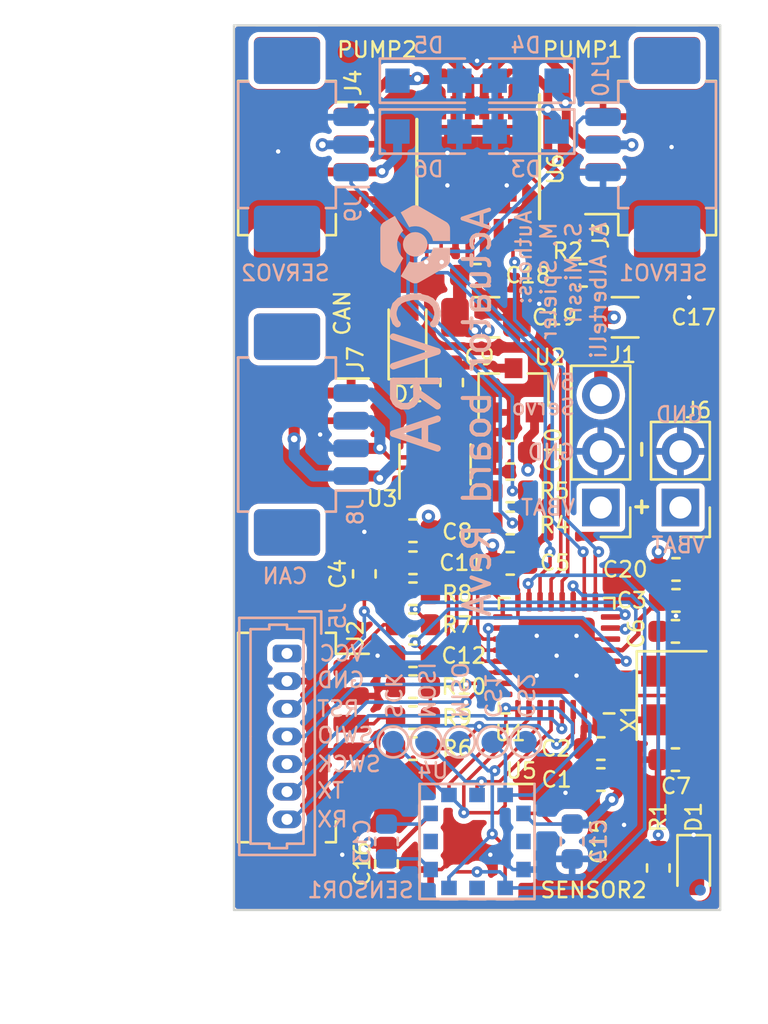
<source format=kicad_pcb>
(kicad_pcb (version 20221018) (generator pcbnew)
  (title_block (title "Actuator Board") (date "2020-02-16") (rev "A.1") (company "Club Vaudois de Robotique Autonome") (comment 1 "Michael Spieler, Salah Missri, Antoine Albertelli") (comment 2 "Authors:"))
  (layers (0 "F.Cu" signal) (1 "In1.Cu" signal) (2 "In2.Cu" signal) (31 "B.Cu" signal) (34 "B.Paste" user) (35 "F.Paste" user) (36 "B.SilkS" user "B.Silkscreen") (37 "F.SilkS" user "F.Silkscreen") (38 "B.Mask" user) (39 "F.Mask" user) (44 "Edge.Cuts" user))
  (net 0 "")
  (net 1 "VCC")
  (net 2 "GND")
  (net 3 "/RESET")
  (net 4 "Net-(C6-Pad1)")
  (net 5 "Net-(C7-Pad1)")
  (net 6 "Net-(C9-Pad1)")
  (net 7 "/ANALOG1")
  (net 8 "/ANALOG2")
  (net 9 "Net-(C13-Pad2)")
  (net 10 "Net-(C13-Pad1)")
  (net 11 "Net-(C15-Pad2)")
  (net 12 "Net-(C15-Pad1)")
  (net 13 "Net-(C17-Pad1)")
  (net 14 "+BATT")
  (net 15 "/SWIO")
  (net 16 "/SWCK")
  (net 17 "/UART1TX")
  (net 18 "/UART1RX")
  (net 19 "+5V")
  (net 20 "/DIGITAL_INPUT1")
  (net 21 "Net-(D1-Pad2)")
  (net 22 "Net-(D3-Pad1)")
  (net 23 "Net-(D4-Pad1)")
  (net 24 "Net-(D5-Pad1)")
  (net 25 "Net-(D6-Pad1)")
  (net 26 "/SERVO1")
  (net 27 "/SERVO2")
  (net 28 "/LED")
  (net 29 "/PUMP_SOLENOID_ENABLE")
  (net 30 "Net-(R4-Pad2)")
  (net 31 "Net-(R5-Pad2)")
  (net 32 "/SPI_MOSI")
  (net 33 "/SPI_MISO")
  (net 34 "/SPI_SCK")
  (net 35 "/SPI_CS1")
  (net 36 "/SPI_CS2")
  (net 37 "/SOLENOID_IN1")
  (net 38 "/SOLENOID_IN2")
  (net 39 "/VACUUM_SENS_RESET")
  (net 40 "/PUMP1")
  (net 41 "/PUMP2")
  (net 42 "/CAN_RX")
  (net 43 "/CAN_TX")
  (net 44 "Net-(U4-Pad11)")
  (net 45 "Net-(U4-Pad5)")
  (net 46 "Net-(U4-Pad8)")
  (net 47 "Net-(U5-Pad8)")
  (net 48 "Net-(U5-Pad5)")
  (net 49 "Net-(U5-Pad11)")
  (net 50 "Net-(U6-Pad8)")
  (net 51 "Net-(U6-Pad14)")
  (net 52 "Net-(J2-Pad1)")
  (net 53 "Net-(J2-Pad3)")
  (net 54 "Net-(J7-Pad4)")
  (net 55 "Net-(J7-Pad3)")
  (footprint "Capacitor_SMD:C_0603_1608Metric" (layer "F.Cu") (at 64.6 94.1 180)
    (fp_text reference "C1")
    (fp_text value "1uF")
  )
  (footprint "Capacitor_SMD:C_0603_1608Metric" (layer "F.Cu") (at 63.3 96.9 -90)
    (fp_text reference "C15")
    (fp_text value "1nF")
  )
  (footprint "LED_SMD:LED_0603_1608Metric" (layer "F.Cu") (at 68.8 98.1 -90)
    (fp_text reference "D1")
    (fp_text value "LED")
  )
  (footprint "Resistor_SMD:R_0603_1608Metric" (layer "F.Cu") (at 67.2 98.1 -90)
    (fp_text reference "R1")
    (fp_text value "510")
  )
  (footprint "Resistor_SMD:R_0603_1608Metric" (layer "F.Cu") (at 56.1 85.7 180)
    (fp_text reference "R8")
    (fp_text value "10k")
  )
  (footprint "Resistor_SMD:R_0603_1608Metric" (layer "F.Cu") (at 56.1 87.1)
    (fp_text reference "R7")
    (fp_text value "10k")
  )
  (footprint "Diode_SMD:D_SOD-323_HandSoldering" (layer "F.Cu") (at 55.85 74.1 90)
    (fp_text reference "D2")
    (fp_text value "SBR130S3-7")
  )
  (footprint "Capacitor_SMD:C_0603_1608Metric" (layer "F.Cu") (at 68 86)
    (fp_text reference "C3")
    (fp_text value "10nF")
  )
  (footprint "Connector_Molex:Molex_PicoBlade_53261-0471_1x04-1MP_P1.25mm_Horizontal" (layer "F.Cu") (at 50.9 66 -90)
    (fp_text reference "J4")
    (fp_text value "Actuator2")
  )
  (footprint "Capacitor_SMD:C_0603_1608Metric" (layer "F.Cu") (at 67.975 93.2 180)
    (fp_text reference "C7")
    (fp_text value "10pF")
  )
  (footprint "Capacitor_SMD:C_0603_1608Metric" (layer "F.Cu") (at 67.975 87.4)
    (fp_text reference "C6")
    (fp_text value "10pF")
  )
  (footprint "Connector_PinHeader_2.54mm:PinHeader_1x03_P2.54mm_Vertical" (layer "F.Cu") (at 64.6 81.8 180)
    (fp_text reference "J1")
    (fp_text value "SERVO DCDC 5V")
  )
  (footprint "_sensors:MPR-AbsoluteRef" (layer "F.Cu") (at 61.1 99 180)
    (fp_text reference "U5")
    (fp_text value "MPRLS0015PA0000SA")
  )
  (footprint "Connector_PinHeader_2.54mm:PinHeader_1x02_P2.54mm_Vertical" (layer "F.Cu") (at 68.2 81.8 180)
    (fp_text reference "J6")
    (fp_text value "BATTERY")
  )
  (footprint "Resistor_SMD:R_0603_1608Metric" (layer "F.Cu") (at 56.1 92.7)
    (fp_text reference "R6")
    (fp_text value "330")
  )
  (footprint "Package_DFN_QFN:QFN-32-1EP_5x5mm_P0.5mm_EP3.45x3.45mm" (layer "F.Cu") (at 62.6 88.5 180)
    (fp_text reference "U1")
    (fp_text value "STM32F302K8U6")
  )
  (footprint "Resistor_SMD:R_0603_1608Metric" (layer "F.Cu") (at 56.1 91.3)
    (fp_text reference "R9")
    (fp_text value "10k")
  )
  (footprint "Capacitor_SMD:C_0603_1608Metric" (layer "F.Cu") (at 56.1 88.5 180)
    (fp_text reference "C12")
    (fp_text value "0.1uF")
  )
  (footprint "Capacitor_SMD:C_0603_1608Metric" (layer "F.Cu") (at 60.5 84.325)
    (fp_text reference "C5")
    (fp_text value "0.1uF")
  )
  (footprint "Capacitor_SMD:C_0603_1608Metric" (layer "F.Cu") (at 56.1 82.85 180)
    (fp_text reference "C8")
    (fp_text value "0.1uF")
  )
  (footprint "Capacitor_SMD:C_0603_1608Metric" (layer "F.Cu") (at 57.85 76.15 -90)
    (fp_text reference "C9")
    (fp_text value "1uF")
  )
  (footprint "Connector_Molex:Molex_PicoBlade_53261-0471_1x04-1MP_P1.25mm_Horizontal" (layer "F.Cu") (at 67.1 66 90)
    (fp_text reference "J3")
    (fp_text value "Actuator1")
  )
  (footprint "Crystal:Crystal_SMD_SeikoEpson_TSX3225-4Pin_3.2x2.5mm" (layer "F.Cu") (at 67.8 90.3 -90)
    (fp_text reference "X1")
    (fp_text value "16MHz 10ppm")
  )
  (footprint "Resistor_SMD:R_0603_1608Metric" (layer "F.Cu") (at 60.5 81.05 180)
    (fp_text reference "R5")
    (fp_text value "330")
  )
  (footprint "Capacitor_SMD:C_0603_1608Metric" (layer "F.Cu") (at 56.1 84.3 180)
    (fp_text reference "C11")
    (fp_text value "0.1uF")
  )
  (footprint "Resistor_SMD:R_0603_1608Metric" (layer "F.Cu") (at 63.8 71.3)
    (fp_text reference "R2")
    (fp_text value "10k")
  )
  (footprint "Resistor_SMD:R_0603_1608Metric" (layer "F.Cu") (at 60.5 82.5 180)
    (fp_text reference "R4")
    (fp_text value "330")
  )
  (footprint "Resistor_SMD:R_0603_1608Metric" (layer "F.Cu") (at 56.1 89.9 180)
    (fp_text reference "R10")
    (fp_text value "10k")
  )
  (footprint "Capacitor_SMD:C_0603_1608Metric" (layer "F.Cu") (at 68 84.6)
    (fp_text reference "C20")
    (fp_text value "1uF")
  )
  (footprint "Capacitor_SMD:C_0603_1608Metric" (layer "F.Cu") (at 59 71.3)
    (fp_text reference "C18")
    (fp_text value "0.1uF")
  )
  (footprint "Package_SO:TSSOP-16-1EP_4.4x5mm_P0.65mm" (layer "F.Cu") (at 59 66.5 -90)
    (fp_text reference "U6")
    (fp_text value "DRV8847_TSSOP")
  )
  (footprint "Package_TO_SOT_SMD:SOT-23-8" (layer "F.Cu") (at 57.1 79.85 90)
    (fp_text reference "U3")
    (fp_text value "MAX3051")
  )
  (footprint "Capacitor_SMD:C_1206_3216Metric" (layer "F.Cu") (at 59.4 73.2)
    (fp_text reference "C19")
    (fp_text value "22uF")
  )
  (footprint "Connector_Molex:Molex_PicoBlade_53261-0471_1x04-1MP_P1.25mm_Horizontal" (layer "F.Cu") (at 50.9 78.5 -90)
    (fp_text reference "J7")
    (fp_text value "CAN")
  )
  (footprint "Connector_Molex:Molex_PicoBlade_53261-0671_1x06-1MP_P1.25mm_Horizontal" (layer "F.Cu") (at 50.9 92.2 -90)
    (fp_text reference "J2")
    (fp_text value "Conn_01x06")
  )
  (footprint "Capacitor_SMD:C_0603_1608Metric" (layer "F.Cu") (at 53.9 84.8 90)
    (fp_text reference "C4")
    (fp_text value "0.1uF")
  )
  (footprint "Capacitor_SMD:C_0603_1608Metric" (layer "F.Cu") (at 54.9 97.9125 90)
    (fp_text reference "C16")
    (fp_text value "0.1uF")
  )
  (footprint "Capacitor_SMD:C_1206_3216Metric" (layer "F.Cu") (at 65.7 73.2)
    (fp_text reference "C17")
    (fp_text value "10uF")
  )
  (footprint "Fiducial:Fiducial_0.5mm_Mask1mm" (layer "F.Cu") (at 52.9 98.95)
    (fp_text reference "FID1" hide)
    (fp_text value "Fiducial")
  )
  (footprint "Fiducial:Fiducial_0.5mm_Mask1mm" (layer "F.Cu") (at 64.4 62.3)
    (fp_text reference "FID2" hide)
    (fp_text value "Fiducial")
  )
  (footprint "Capacitor_SMD:C_0603_1608Metric" (layer "F.Cu") (at 64.6 92.7 180)
    (fp_text reference "C2")
    (fp_text value "0.1uF")
  )
  (footprint "Capacitor_SMD:C_0603_1608Metric" (layer "F.Cu") (at 60.5 79.3 180)
    (fp_text reference "C10")
    (fp_text value "1uF")
  )
  (footprint "Package_TO_SOT_SMD:SOT-23" (layer "F.Cu") (at 60.65 76.5 90)
    (fp_text reference "U2")
    (fp_text value "MCP1703")
  )
  (footprint "Diode_SMD:D_SOD-123F" (layer "B.Cu") (at 61.2 64.8 180)
    (fp_text reference "D3")
    (fp_text value "STPS1L40ZFY")
  )
  (footprint "Diode_SMD:D_SOD-123F" (layer "B.Cu") (at 61.2 62.5 180)
    (fp_text reference "D4")
    (fp_text value "STPS1L40ZFY")
  )
  (footprint "Diode_SMD:D_SOD-123F" (layer "B.Cu") (at 56.8 62.5)
    (fp_text reference "D5")
    (fp_text value "STPS1L40ZFY")
  )
  (footprint "Diode_SMD:D_SOD-123F" (layer "B.Cu") (at 56.8 64.8)
    (fp_text reference "D6")
    (fp_text value "STPS1L40ZFY")
  )
  (footprint "Capacitor_SMD:C_0603_1608Metric" (layer "B.Cu") (at 63.3 96.9 90)
    (fp_text reference "C14")
    (fp_text value "0.1uF")
  )
  (footprint "TestPoint:TestPoint_Pad_D1.0mm" (layer "B.Cu") (at 61.2 92.4 90)
    (fp_text reference "TP5" hide)
    (fp_text value "SPI_CS2")
  )
  (footprint "TestPoint:TestPoint_Pad_D1.0mm" (layer "B.Cu") (at 59.7 92.4 90)
    (fp_text reference "TP4" hide)
    (fp_text value "SPI_CS1")
  )
  (footprint "TestPoint:TestPoint_Pad_D1.0mm" (layer "B.Cu") (at 55.2 92.4 90)
    (fp_text reference "TP3" hide)
    (fp_text value "SPI_SCK")
  )
  (footprint "TestPoint:TestPoint_Pad_D1.0mm" (layer "B.Cu") (at 58.2 92.4 90)
    (fp_text reference "TP2" hide)
    (fp_text value "SPI_MISO")
  )
  (footprint "TestPoint:TestPoint_Pad_D1.0mm" (layer "B.Cu") (at 56.7 92.4 90)
    (fp_text reference "TP1" hide)
    (fp_text value "SPI_MOSI")
  )
  (footprint "Connector_Molex:Molex_PicoBlade_53261-0471_1x04-1MP_P1.25mm_Horizontal" (layer "B.Cu") (at 50.9 78.5 90)
    (fp_text reference "J8")
    (fp_text value "CAN")
  )
  (footprint "Connector_Molex:Molex_PicoBlade_53261-0371_1x03-1MP_P1.25mm_Horizontal" (layer "B.Cu") (at 50.9 65.4 90)
    (fp_text reference "J9")
    (fp_text value "Servo")
  )
  (footprint "Connector_Molex:Molex_PicoBlade_53261-0371_1x03-1MP_P1.25mm_Horizontal" (layer "B.Cu") (at 67.1 65.4 -90)
    (fp_text reference "J10")
    (fp_text value "Servo")
  )
  (footprint "_sensors:MPR-AbsoluteRef" (layer "B.Cu") (at 56.9 99)
    (fp_text reference "U4")
    (fp_text value "MPRLS0015PA0000SA")
  )
  (footprint "Capacitor_SMD:C_0603_1608Metric" (layer "B.Cu") (at 54.9 96.9 -90)
    (fp_text reference "C13")
    (fp_text value "1nF")
  )
  (footprint "Connector_Molex:Molex_PicoBlade_53047-0710_1x07_P1.25mm_Vertical" (layer "B.Cu") (at 50.4 88.4 -90)
    (fp_text reference "J5")
    (fp_text value "SWD/DEBUG" hide)
  )
  (footprint "_logo:CVRA-logo-small" (layer "B.Cu") (at 56.2 69.9 -90)
    (fp_text reference "G1" hide)
    (fp_text value "LOGO" hide)
  )
  (footprint "Fiducial:Fiducial_0.5mm_Mask1mm" (layer "B.Cu") (at 69.1 99.1)
    (fp_text reference "FID3" hide)
    (fp_text value "Fiducial")
  )
  (footprint "Fiducial:Fiducial_0.5mm_Mask1mm" (layer "B.Cu") (at 53.2 61.2)
    (fp_text reference "FID4" hide)
    (fp_text value "Fiducial")
  )
  (gr_line (start 70 100) (end 70 60) (stroke (width 0.1)) (layer "Edge.Cuts"))
  (gr_line (start 48 100) (end 70 100) (stroke (width 0.1)) (layer "Edge.Cuts"))
  (gr_line (start 70 60) (end 48 60) (stroke (width 0.1)) (layer "Edge.Cuts"))
  (gr_line (start 48 60) (end 48 100) (stroke (width 0.1)) (layer "Edge.Cuts"))
  (gr_text "CVRA" (at 56.3 75.6 90) (layer "B.SilkS") (effects (font (size 2 2) (thickness 0.3)) (justify mirror)))
  (gr_text "GND" (at 51.7 89.6) (layer "B.SilkS") (effects (font (size 0.7 0.7) (thickness 0.11)) (justify right mirror)))
  (gr_text "SWIO" (at 51.7 92.1) (layer "B.SilkS") (effects (font (size 0.7 0.7) (thickness 0.11)) (justify right mirror)))
  (gr_text "SWCK" (at 51.7 93.4) (layer "B.SilkS") (effects (font (size 0.7 0.7) (thickness 0.11)) (justify right mirror)))
  (gr_text "TX" (at 51.7 94.6) (layer "B.SilkS") (effects (font (size 0.7 0.7) (thickness 0.11)) (justify right mirror)))
  (gr_text "RX" (at 51.7 95.9) (layer "B.SilkS") (effects (font (size 0.7 0.7) (thickness 0.11)) (justify right mirror)))
  (gr_text "RST" (at 51.7 90.9) (layer "B.SilkS") (effects (font (size 0.7 0.7) (thickness 0.11)) (justify right mirror)))
  (gr_text "VCC" (at 51.8 88.4) (layer "B.SilkS") (effects (font (size 0.7 0.7) (thickness 0.11)) (justify right mirror)))
  (gr_text "SCK" (at 55.2 91.4 270) (layer "B.SilkS") (effects (font (size 0.7 0.7) (thickness 0.11)) (justify left mirror)))
  (gr_text "MOSI" (at 56.7 91.4 270) (layer "B.SilkS") (effects (font (size 0.7 0.7) (thickness 0.11)) (justify left mirror)))
  (gr_text "MISO" (at 58.2 91.4 270) (layer "B.SilkS") (effects (font (size 0.7 0.7) (thickness 0.11)) (justify left mirror)))
  (gr_text "CS1" (at 59.7 91.4 270) (layer "B.SilkS") (effects (font (size 0.7 0.7) (thickness 0.11)) (justify left mirror)))
  (gr_text "CS2" (at 61.2 91.4 270) (layer "B.SilkS") (effects (font (size 0.7 0.7) (thickness 0.11)) (justify left mirror)))
  (gr_text "5V\nServo" (at 63.5 76.7) (layer "B.SilkS") (effects (font (size 0.7 0.7) (thickness 0.11)) (justify left mirror)))
  (gr_text "GND" (at 63.5 79.3) (layer "B.SilkS") (effects (font (size 0.7 0.7) (thickness 0.11)) (justify left mirror)))
  (gr_text "VBAT" (at 63.5 81.8) (layer "B.SilkS") (effects (font (size 0.7 0.7) (thickness 0.11)) (justify left mirror)))
  (gr_text "VBAT" (at 69.4 83.5) (layer "B.SilkS") (effects (font (size 0.7 0.7) (thickness 0.11)) (justify left mirror)))
  (gr_text "GND" (at 69.3 77.6) (layer "B.SilkS") (effects (font (size 0.7 0.7) (thickness 0.11)) (justify left mirror)))
  (gr_text "CAN" (at 51.4 84.9) (layer "B.SilkS") (effects (font (size 0.7 0.7) (thickness 0.11)) (justify left mirror)))
  (gr_text "SERVO2" (at 52.4 71.2) (layer "B.SilkS") (effects (font (size 0.7 0.7) (thickness 0.11)) (justify left mirror)))
  (gr_text "SERVO1" (at 69.5 71.2) (layer "B.SilkS") (effects (font (size 0.7 0.7) (thickness 0.11)) (justify left mirror)))
  (gr_text "SENSOR1" (at 56.2 99.1) (layer "B.SilkS") (effects (font (size 0.7 0.7) (thickness 0.11)) (justify left mirror)))
  (gr_text "Actuator board RevA" (at 59 68.1 90) (layer "B.SilkS") (effects (font (size 1.2 1.2) (thickness 0.18)) (justify left mirror)))
  (gr_text "Authors:\n M. Spieler\n S. Missri\n A. Albertelli" (at 62.8 68.3 90) (layer "B.SilkS") (effects (font (size 0.7 0.7) (thickness 0.11)) (justify left mirror)))
  (gr_text "+" (at 66.4 82.3 90) (layer "F.SilkS") (effects (font (size 0.7 0.7)) (justify left)))
  (gr_text "-" (at 66.4 79.7 90) (layer "F.SilkS") (effects (font (size 0.7 0.7)) (justify left)))
  (gr_text "CAN" (at 52.9 74.1 90) (layer "F.SilkS") (effects (font (size 0.7 0.7) (thickness 0.11)) (justify left)))
  (gr_text "PUMP1" (at 61.9 61.1) (layer "F.SilkS") (effects (font (size 0.7 0.7) (thickness 0.11)) (justify left)))
  (gr_text "PUMP2" (at 52.6 61.1) (layer "F.SilkS") (effects (font (size 0.7 0.7) (thickness 0.11)) (justify left)))
  (gr_text "SENSOR2" (at 61.8 99.1) (layer "F.SilkS") (effects (font (size 0.7 0.7) (thickness 0.11)) (justify left)))
  (segment (start 61.2875 79.3) (end 61.2875 78.6875) (width 0.4) (layer "F.Cu") (net 1))
  (segment (start 56.8875 82.85) (end 57.43 82.3075) (width 0.1524) (layer "F.Cu") (net 1))
  (segment (start 60.1625 86.0625) (end 59.7125 85.6125) (width 0.2) (layer "F.Cu") (net 1))
  (segment (start 61.6 78.35) (end 61.2875 78.6625) (width 0.4) (layer "F.Cu") (net 1))
  (segment (start 65.0375 88.25) (end 65.575 88.25) (width 0.2) (layer "F.Cu") (net 1))
  (segment (start 65.0375 90.25) (end 65.0375 91.0625) (width 0.2) (layer "F.Cu") (net 1))
  (segment (start 61.2875 79.3) (end 61.2875 80.0875) (width 0.4) (layer "F.Cu") (net 1))
  (segment (start 65.0375 91.0625) (end 65.3875 91.4125) (width 0.2) (layer "F.Cu") (net 1))
  (segment (start 54.875 97.1) (end 54.9 97.125) (width 0.2) (layer "F.Cu") (net 1))
  (segment (start 59.7125 85.6125) (end 59.7125 84.325) (width 0.2) (layer "F.Cu") (net 1))
  (segment (start 65.3875 94.7125) (end 65.1 95) (width 0.4) (layer "F.Cu") (net 1))
  (segment (start 65.3875 94.1) (end 65.3875 94.7125) (width 0.4) (layer "F.Cu") (net 1))
  (segment (start 56.8 82.2) (end 56.8 82.7625) (width 0.4) (layer "F.Cu") (net 1))
  (segment (start 67.2125 84.6) (end 67.2125 86) (width 0.4) (layer "F.Cu") (net 1))
  (segment (start 60.1625 86.75) (end 60.1625 86.0625) (width 0.2) (layer "F.Cu") (net 1))
  (segment (start 67.2125 83.8125) (end 67.2 83.8) (width 0.4) (layer "F.Cu") (net 1))
  (segment (start 61.6 77.5) (end 61.6 78.35) (width 0.4) (layer "F.Cu") (net 1))
  (segment (start 65.3875 94.1) (end 65.3875 92.7) (width 0.4) (layer "F.Cu") (net 1))
  (segment (start 66.3 87.525) (end 66.3 86.9125) (width 0.2) (layer "F.Cu") (net 1))
  (segment (start 65.3875 92.7) (end 65.3875 91.4125) (width 0.2) (layer "F.Cu") (net 1))
  (segment (start 54.9 97.125) (end 54.275 97.125) (width 0.2) (layer "F.Cu") (net 1))
  (segment (start 56.8 82.7625) (end 56.8875 82.85) (width 0.4) (layer "F.Cu") (net 1))
  (segment (start 56.9 95.655) (end 55.43 97.125) (width 0.2) (layer "F.Cu") (net 1))
  (segment (start 59.7125 84.325) (end 59.7125 83.5125) (width 0.4) (layer "F.Cu") (net 1))
  (segment (start 67.2125 84.6) (end 67.2125 83.8125) (width 0.4) (layer "F.Cu") (net 1))
  (segment (start 57.43 82.3075) (end 57.43 80.95) (width 0.1524) (layer "F.Cu") (net 1))
  (segment (start 59.7125 83.5125) (end 59.7 83.5) (width 0.4) (layer "F.Cu") (net 1))
  (segment (start 54.275 97.125) (end 54.1 96.95) (width 0.2) (layer "F.Cu") (net 1))
  (segment (start 56.9 95.63) (end 56.9 95.655) (width 0.2) (layer "F.Cu") (net 1))
  (segment (start 66.3 86.9125) (end 67.2125 86) (width 0.2) (layer "F.Cu") (net 1))
  (segment (start 61.2875 78.6625) (end 61.2875 78.6875) (width 0.4) (layer "F.Cu") (net 1))
  (segment (start 61.2875 80.0875) (end 61.3 80.1) (width 0.4) (layer "F.Cu") (net 1))
  (segment (start 55.43 97.125) (end 54.9 97.125) (width 0.2) (layer "F.Cu") (net 1))
  (segment (start 65.575 88.25) (end 66.3 87.525) (width 0.2) (layer "F.Cu") (net 1))
  (via (at 54.1 96.95) (size 0.5) (drill 0.2) (layers "F.Cu" "B.Cu") (net 1))
  (via (at 56.8 82.2) (size 0.6) (drill 0.3) (layers "F.Cu" "B.Cu") (net 1))
  (via (at 59.7 83.5) (size 0.6) (drill 0.3) (layers "F.Cu" "B.Cu") (net 1))
  (via (at 61.3 80.1) (size 0.6) (drill 0.3) (layers "F.Cu" "B.Cu") (net 1))
  (via (at 65.1 95) (size 0.6) (drill 0.3) (layers "F.Cu" "B.Cu") (net 1))
  (via (at 67.2 83.8) (size 0.6) (drill 0.3) (layers "F.Cu" "B.Cu") (net 1))
  (segment (start 63.3 96.1125) (end 61.5825 96.1125) (width 0.16) (layer "B.Cu") (net 1))
  (segment (start 63.9875 96.1125) (end 65.1 95) (width 0.4) (layer "B.Cu") (net 1))
  (segment (start 63.3 96.1125) (end 63.9875 96.1125) (width 0.4) (layer "B.Cu") (net 1))
  (segment (start 63.3 96.1125) (end 63.3 96.1) (width 0.4) (layer "B.Cu") (net 1))
  (segment (start 61.5825 96.1125) (end 61.1 95.63) (width 0.16) (layer "B.Cu") (net 1))
  (segment (start 55.3125 82.85) (end 55.3125 84.3) (width 0.16) (layer "F.Cu") (net 2))
  (segment (start 60.825888 84.786612) (end 61.2875 84.325) (width 0.2) (layer "F.Cu") (net 2))
  (segment (start 67.1 73.2) (end 68.4 73.2) (width 0.16) (layer "F.Cu") (net 2))
  (segment (start 68.6 73) (end 68.6 72.3) (width 0.16) (layer "F.Cu") (net 2))
  (segment (start 54.9 98.7) (end 54.1 98.7) (width 0.16) (layer "F.Cu") (net 2))
  (segment (start 50 65.7) (end 50 66.6) (width 0.16) (layer "F.Cu") (net 2))
  (segment (start 59.325 69.275) (end 59.325 70.8375) (width 0.4) (layer "F.Cu") (net 2))
  (segment (start 55.3125 82.85) (end 53.95 82.85) (width 0.16) (layer "F.Cu") (net 2))
  (segment (start 63.85 90.9375) (end 63.85 91.85) (width 0.2) (layer "F.Cu") (net 2))
  (segment (start 59.325 70.8375) (end 59.7875 71.3) (width 0.4) (layer "F.Cu") (net 2))
  (segment (start 68.7625 87.4) (end 68.7625 89.0375) (width 0.16) (layer "F.Cu") (net 2))
  (segment (start 60.807771 84.804729) (end 60.825888 84.786612) (width 0.2) (layer "F.Cu") (net 2))
  (segment (start 63.85 89.75) (end 62.6 88.5) (width 0.16) (layer "F.Cu") (net 2))
  (segment (start 54.775 89.9) (end 54.35 90.325) (width 0.16) (layer "F.Cu") (net 2))
  (segment (start 65.0375 87.75) (end 63.35 87.75) (width 0.16) (layer "F.Cu") (net 2))
  (segment (start 58.025 63.725) (end 58.025 65.3975) (width 0.4) (layer "F.Cu") (net 2))
  (segment (start 59.7875 72.1875) (end 60.8 73.2) (width 0.6) (layer "F.Cu") (net 2))
  (segment (start 65.65 96.15) (end 67.1875 94.6125) (width 0.16) (layer "F.Cu") (net 2))
  (segment (start 68.8 97.3125) (end 68.8 96.6) (width 0.16) (layer "F.Cu") (net 2))
  (segment (start 59.975 65.3975) (end 60.3425 65.765) (width 0.4) (layer "F.Cu") (net 2))
  (segment (start 50 66.6) (end 51.275 67.875) (width 0.16) (layer "F.Cu") (net 2))
  (segment (start 58.08 79.202401) (end 58.08 78.75) (width 0.2) (layer "F.Cu") (net 2))
  (segment (start 67.1875 94.6125) (end 67.1875 93.2) (width 0.16) (layer "F.Cu") (net 2))
  (segment (start 56.375 98.17) (end 55.845 98.7) (width 0.2) (layer "F.Cu") (net 2))
  (segment (start 55.3125 88.5) (end 55.3125 89.9) (width 0.16) (layer "F.Cu") (net 2))
  (segment (start 63.85 90.9375) (end 63.85 89.75) (width 0.16) (layer "F.Cu") (net 2))
  (segment (start 54.35 90.325) (end 54.225 90.325) (width 0.16) (layer "F.Cu") (net 2))
  (segment (start 68.7875 87.375) (end 68.7625 87.4) (width 0.16) (layer "F.Cu") (net 2))
  (segment (start 61.8 73.2) (end 61.811578 73.188422) (width 0.16) (layer "F.Cu") (net 2))
  (segment (start 55.3125 88.5) (end 54.5 88.5) (width 0.16) (layer "F.Cu") (net 2))
  (segment (start 68.7875 86) (end 68.7875 86.7125) (width 0.16) (layer "F.Cu") (net 2))
  (segment (start 55.3125 84.3) (end 55.3125 85.7) (width 0.16) (layer "F.Cu") (net 2))
  (segment (start 63.8125 91.8875) (end 63.85 91.85) (width 0.2) (layer "F.Cu") (net 2))
  (segment (start 60.85 86.0625) (end 60.85 85.5223) (width 0.2) (layer "F.Cu") (net 2))
  (segment (start 56.77 80.512401) (end 58.08 79.202401) (width 0.2) (layer "F.Cu") (net 2))
  (segment (start 63.85 90.9375) (end 64.35 90.9375) (width 0.16) (layer "F.Cu") (net 2))
  (segment (start 68.7875 84.6) (end 68.7875 86) (width 0.16) (layer "F.Cu") (net 2))
  (segment (start 67.1875 91.5875) (end 67 91.4) (width 0.16) (layer "F.Cu") (net 2))
  (segment (start 56.77 80.95) (end 56.77 80.512401) (width 0.2) (layer "F.Cu") (net 2))
  (segment (start 60.85 86.75) (end 62.6 88.5) (width 0.16) (layer "F.Cu") (net 2))
  (segment (start 67.1875 93.2) (end 67.1875 91.5875) (width 0.16) (layer "F.Cu") (net 2))
  (segment (start 59.246447 97.5) (end 59.6 97.5) (width 0.16) (layer "F.Cu") (net 2))
  (segment (start 60.85 86.0625) (end 60.85 86.75) (width 0.16) (layer "F.Cu") (net 2))
  (segment (start 54.1 98.7) (end 52.9 97.5) (width 0.16) (layer "F.Cu") (net 2))
  (segment (start 56.9 98.17) (end 56.375 98.17) (width 0.2) (layer "F.Cu") (net 2))
  (segment (start 53.95 82.85) (end 53.9 82.9) (width 0.16) (layer "F.Cu") (net 2))
  (segment (start 59.7875 71.3) (end 59.7875 72.1875) (width 0.6) (layer "F.Cu") (net 2))
  (segment (start 63.8125 92.7) (end 63.8125 94.1) (width 0.2) (layer "F.Cu") (net 2))
  (segment (start 68.4 73.2) (end 68.6 73) (width 0.16) (layer "F.Cu") (net 2))
  (segment (start 68.7875 86.7125) (end 68.0125 86.7125) (width 0.16) (layer "F.Cu") (net 2))
  (segment (start 57.385 98.17) (end 58.055 97.5) (width 0.16) (layer "F.Cu") (net 2))
  (segment (start 55.3125 89.9) (end 54.775 89.9) (width 0.16) (layer "F.Cu") (net 2))
  (segment (start 68.0125 86.7125) (end 68 86.7) (width 0.16) (layer "F.Cu") (net 2))
  (segment (start 60.85 85.5223) (end 60.807771 85.480071) (width 0.2) (layer "F.Cu") (net 2))
  (segment (start 64.7 64.125) (end 66.425 64.125) (width 0.16) (layer "F.Cu") (net 2))
  (segment (start 60.807771 85.480071) (end 60.807771 84.804729) (width 0.2) (layer "F.Cu") (net 2))
  (segment (start 60.8 73.2) (end 61.8 73.2) (width 0.16) (layer "F.Cu") (net 2))
  (segment (start 61.811578 73.188422) (end 61.811578 72.588422) (width 0.16) (layer "F.Cu") (net 2))
  (segment (start 66.425 64.125) (end 67.8 65.5) (width 0.16) (layer "F.Cu") (net 2))
  (segment (start 58.025 65.3975) (end 57.6575 65.765) (width 0.4) (layer "F.Cu") (net 2))
  (segment (start 68.7875 86.7125) (end 68.7875 87.375) (width 0.16) (layer "F.Cu") (net 2))
  (segment (start 59.975 63.725) (end 59.975 65.3975) (width 0.4) (layer "F.Cu") (net 2))
  (segment (start 51.275 67.875) (end 53.3 67.875) (width 0.16) (layer "F.Cu") (net 2))
  (segment (start 56.9 98.17) (end 57.385 98.17) (width 0.16) (layer "F.Cu") (net 2))
  (segment (start 55.845 98.7) (end 54.9 98.7) (width 0.2) (layer "F.Cu") (net 2))
  (segment (start 53.3 90.325) (end 54.225 90.325) (width 0.16) (layer "F.Cu") (net 2))
  (segment (start 58.025 67.6025) (end 57.6575 67.235) (width 0.4) (layer "F.Cu") (net 2))
  (segment (start 68.7625 89.0375) (end 68.6 89.2) (width 0.16) (layer "F.Cu") (net 2))
  (segment (start 63.8125 92.7) (end 63.8125 91.8875) (width 0.2) (layer "F.Cu") (net 2))
  (segment (start 58.025 69.275) (end 58.025 67.6025) (width 0.4) (layer "F.Cu") (net 2))
  (segment (start 63.35 87.75) (end 62.6 88.5) (width 0.16) (layer "F.Cu") (net 2))
  (segment (start 58.055 97.5) (end 59.246447 97.5) (width 0.16) (layer "F.Cu") (net 2))
  (via (at 62.6 88.5) (size 0.5) (drill 0.2) (layers "F.Cu" "B.Cu") (net 2))
  (via (at 65.65 96.15) (size 0.5) (drill 0.2) (layers "F.Cu" "B.Cu") (net 2))
  (via (at 63.5 89.4) (size 0.5) (drill 0.2) (layers "F.Cu" "B.Cu") (net 2))
  (via (at 61.7 87.6) (size 0.5) (drill 0.2) (layers "F.Cu" "B.Cu") (net 2))
  (via (at 61.7 89.4) (size 0.5) (drill 0.2) (layers "F.Cu" "B.Cu") (net 2))
  (via (at 52.9 97.5) (size 0.5) (drill 0.2) (layers "F.Cu" "B.Cu") (net 2))
  (via (at 63 94.7) (size 0.5) (drill 0.2) (layers "F.Cu" "B.Cu") (net 2))
  (via (at 60.3425 65.765) (size 0.5) (drill 0.2) (layers "F.Cu" "B.Cu") (net 2))
  (via (at 68 86.7) (size 0.5) (drill 0.2) (layers "F.Cu" "B.Cu") (net 2))
  (via (at 68.8 96.6) (size 0.5) (drill 0.2) (layers "F.Cu" "B.Cu") (net 2))
  (via (at 51.9 78.5) (size 0.5) (drill 0.2) (layers "F.Cu" "B.Cu") (net 2))
  (via (at 63.5 87.6) (size 0.5) (drill 0.2) (layers "F.Cu" "B.Cu") (net 2))
  (via (at 67.8 65.5) (size 0.5) (drill 0.2) (layers "F.Cu" "B.Cu") (net 2))
  (via (at 53.9 82.9) (size 0.5) (drill 0.2) (layers "F.Cu" "B.Cu") (net 2))
  (via (at 61.811578 72.588422) (size 0.5) (drill 0.2) (layers "F.Cu" "B.Cu") (net 2))
  (via (at 50 65.7) (size 0.5) (drill 0.2) (layers "F.Cu" "B.Cu") (net 2))
  (via (at 60.3425 67.235) (size 0.5) (drill 0.2) (layers "F.Cu" "B.Cu") (net 2))
  (via (at 54.5 88.5) (size 0.5) (drill 0.2) (layers "F.Cu" "B.Cu") (net 2))
  (via (at 59.6 97.5) (size 0.5) (drill 0.2) (layers "F.Cu" "B.Cu") (net 2))
  (via (at 68.6 72.3) (size 0.5) (drill 0.2) (layers "F.Cu" "B.Cu") (net 2))
  (via (at 57.6575 67.235) (size 0.5) (drill 0.2) (layers "F.Cu" "B.Cu") (net 2))
  (via (at 59 61.6) (size 0.5) (drill 0.2) (layers "F.Cu" "B.Cu") (net 2))
  (via (at 57.6575 65.765) (size 0.5) (drill 0.2) (layers "F.Cu" "B.Cu") (net 2))
  (segment (start 51.55 64.15) (end 50 65.7) (width 0.16) (layer "B.Cu") (net 2))
  (segment (start 52.525 79.125) (end 53.3 79.125) (width 0.16) (layer "B.Cu") (net 2))
  (segment (start 51.9 78.5) (end 52.525 79.125) (width 0.16) (layer "B.Cu") (net 2))
  (segment (start 53.3 64.15) (end 51.55 64.15) (width 0.16) (layer "B.Cu") (net 2))
  (segment (start 62.5125 97.6875) (end 63.3 97.6875) (width 0.16) (layer "B.Cu") (net 2))
  (segment (start 62.6 88.5) (end 61.7 89.4) (width 0.16) (layer "B.Cu") (net 2))
  (segment (start 62.3125 97.6875) (end 62.5125 97.6875) (width 0.16) (layer "B.Cu") (net 2))
  (segment (start 62.6 88.5) (end 61.7 87.6) (width 0.16) (layer "B.Cu") (net 2))
  (segment (start 62.6 88.5) (end 63.5 87.6) (width 0.16) (layer "B.Cu") (net 2))
  (segment (start 60.615 98.17) (end 59.945 97.5) (width 0.16) (layer "B.Cu") (net 2))
  (segment (start 67.8 65.5) (end 66.65 66.65) (width 0.16) (layer "B.Cu") (net 2))
  (segment (start 61.83 98.17) (end 62.3125 97.6875) (width 0.16) (layer "B.Cu") (net 2))
  (segment (start 59.945 97.5) (end 59.6 97.5) (width 0.16) (layer "B.Cu") (net 2))
  (segment (start 62.6 88.5) (end 63.5 89.4) (width 0.16) (layer "B.Cu") (net 2))
  (segment (start 61.1 98.17) (end 60.615 98.17) (width 0.16) (layer "B.Cu") (net 2))
  (segment (start 61.1 98.17) (end 61.83 98.17) (width 0.16) (layer "B.Cu") (net 2))
  (segment (start 66.65 66.65) (end 64.7 66.65) (width 0.16) (layer "B.Cu") (net 2))
  (segment (start 53.9 85.5875) (end 53.9 86.5) (width 0.16) (layer "F.Cu") (net 3))
  (segment (start 65.0375 88.75) (end 65.75 88.75) (width 0.16) (layer "F.Cu") (net 3))
  (via (at 65.75 88.75) (size 0.5) (drill 0.2) (layers "F.Cu" "B.Cu") (net 3))
  (via (at 53.9 86.5) (size 0.5) (drill 0.2) (layers "F.Cu" "B.Cu") (net 3))
  (segment (start 58.028755 86.785199) (end 56.431553 88.382401) (width 0.16) (layer "B.Cu") (net 3))
  (segment (start 56.431553 88.382401) (end 55.782401 88.382401) (width 0.16) (layer "B.Cu") (net 3))
  (segment (start 65.75 88.75) (end 63.785199 86.785199) (width 0.16) (layer "B.Cu") (net 3))
  (segment (start 50.4 90.9) (end 50.65 90.9) (width 0.16) (layer "B.Cu") (net 3))
  (segment (start 53.9 87.65) (end 53.9 86.853553) (width 0.16) (layer "B.Cu") (net 3))
  (segment (start 50.65 90.9) (end 53.9 87.65) (width 0.16) (layer "B.Cu") (net 3))
  (segment (start 55.782401 88.382401) (end 53.9 86.5) (width 0.16) (layer "B.Cu") (net 3))
  (segment (start 53.9 86.853553) (end 53.9 86.5) (width 0.16) (layer "B.Cu") (net 3))
  (segment (start 63.785199 86.785199) (end 58.028755 86.785199) (width 0.16) (layer "B.Cu") (net 3))
  (segment (start 67.1875 89.0125) (end 67 89.2) (width 0.16) (layer "F.Cu") (net 4))
  (segment (start 65.0375 89.25) (end 66.95 89.25) (width 0.16) (layer "F.Cu") (net 4))
  (segment (start 67.1875 87.4) (end 67.1875 89.0125) (width 0.16) (layer "F.Cu") (net 4))
  (segment (start 66.95 89.25) (end 67 89.2) (width 0.16) (layer "F.Cu") (net 4))
  (segment (start 67.625 90.3) (end 66.125 90.3) (width 0.16) (layer "F.Cu") (net 5))
  (segment (start 68.7625 91.5625) (end 68.6 91.4) (width 0.16) (layer "F.Cu") (net 5))
  (segment (start 68.7625 93.2) (end 68.7625 91.5625) (width 0.16) (layer "F.Cu") (net 5))
  (segment (start 66.125 90.3) (end 65.575 89.75) (width 0.16) (layer "F.Cu") (net 5))
  (segment (start 68.6 91.4) (end 68.6 91.275) (width 0.16) (layer "F.Cu") (net 5))
  (segment (start 68.6 91.275) (end 67.625 90.3) (width 0.16) (layer "F.Cu") (net 5))
  (segment (start 65.575 89.75) (end 65.0375 89.75) (width 0.16) (layer "F.Cu") (net 5))
  (segment (start 59.7125 75.3625) (end 59.0375 75.3625) (width 0.4) (layer "F.Cu") (net 6))
  (segment (start 59.85 75.5) (end 59.7125 75.3625) (width 0.4) (layer "F.Cu") (net 6))
  (segment (start 57.85 75.3625) (end 59.0375 75.3625) (width 0.4) (layer "F.Cu") (net 6))
  (segment (start 60.65 75.5) (end 59.85 75.5) (width 0.4) (layer "F.Cu") (net 6))
  (segment (start 57.8375 75.35) (end 57.85 75.3625) (width 0.4) (layer "F.Cu") (net 6))
  (segment (start 55.85 75.35) (end 57.8375 75.35) (width 0.4) (layer "F.Cu") (net 6))
  (segment (start 65.65 87.25) (end 65.7 87.3) (width 0.16) (layer "F.Cu") (net 7))
  (segment (start 56.8875 85.7125) (end 56.2 86.4) (width 0.16) (layer "F.Cu") (net 7))
  (segment (start 65.0375 87.25) (end 65.65 87.25) (width 0.16) (layer "F.Cu") (net 7))
  (segment (start 56.8875 85.7) (end 56.8875 85.7125) (width 0.16) (layer "F.Cu") (net 7))
  (segment (start 56.8875 84.3) (end 56.8875 85.7) (width 0.16) (layer "F.Cu") (net 7))
  (segment (start 56.2 86.4) (end 56.2 86.4125) (width 0.16) (layer "F.Cu") (net 7))
  (segment (start 56.2 86.4125) (end 56.8875 87.1) (width 0.16) (layer "F.Cu") (net 7))
  (via (at 65.7 87.3) (size 0.5) (drill 0.2) (layers "F.Cu" "B.Cu") (net 7))
  (via (at 56.2 86.4) (size 0.5) (drill 0.2) (layers "F.Cu" "B.Cu") (net 7))
  (segment (start 66.182401 87.171152) (end 66.182401 86.416044) (width 0.16) (layer "B.Cu") (net 7))
  (segment (start 66.053553 87.3) (end 66.182401 87.171152) (width 0.16) (layer "B.Cu") (net 7))
  (segment (start 56.514812 86.085188) (end 56.449999 86.150001) (width 0.16) (layer "B.Cu") (net 7))
  (segment (start 66.182401 86.416044) (end 65.851545 86.085188) (width 0.16) (layer "B.Cu") (net 7))
  (segment (start 65.7 87.3) (end 66.053553 87.3) (width 0.16) (layer "B.Cu") (net 7))
  (segment (start 65.851545 86.085188) (end 56.514812 86.085188) (width 0.16) (layer "B.Cu") (net 7))
  (segment (start 56.449999 86.150001) (end 56.2 86.4) (width 0.16) (layer "B.Cu") (net 7))
  (segment (start 65.761551 87.3) (end 65.7 87.3) (width 0.16) (layer "B.Cu") (net 7))
  (segment (start 65.597597 86.75) (end 65.7 86.647597) (width 0.16) (layer "F.Cu") (net 8))
  (segment (start 65.0375 86.75) (end 65.597597 86.75) (width 0.16) (layer "F.Cu") (net 8))
  (segment (start 56.8 88.5) (end 56.2 87.9) (width 0.16) (layer "F.Cu") (net 8))
  (segment (start 56.8875 88.5) (end 56.8 88.5) (width 0.16) (layer "F.Cu") (net 8))
  (segment (start 56.8875 88.5) (end 56.8875 89.9) (width 0.16) (layer "F.Cu") (net 8))
  (segment (start 56.8875 89.9) (end 56.8875 91.3) (width 0.16) (layer "F.Cu") (net 8))
  (via (at 56.2 87.9) (size 0.5) (drill 0.2) (layers "F.Cu" "B.Cu") (net 8))
  (via (at 65.7 86.647597) (size 0.5) (drill 0.2) (layers "F.Cu" "B.Cu") (net 8))
  (segment (start 57.702403 86.397598) (end 65.450001 86.397598) (width 0.16) (layer "B.Cu") (net 8))
  (segment (start 56.2 87.9) (end 57.702403 86.397598) (width 0.16) (layer "B.Cu") (net 8))
  (segment (start 65.450001 86.397598) (end 65.7 86.647597) (width 0.16) (layer "B.Cu") (net 8))
  (segment (start 56.4175 97.6875) (end 56.9 98.17) (width 0.16) (layer "B.Cu") (net 9))
  (segment (start 54.9 97.6875) (end 56.4175 97.6875) (width 0.16) (layer "B.Cu") (net 9))
  (segment (start 56.4175 96.1125) (end 56.9 95.63) (width 0.16) (layer "B.Cu") (net 10))
  (segment (start 54.9 96.1125) (end 56.4175 96.1125) (width 0.16) (layer "B.Cu") (net 10))
  (segment (start 62.4125 97.6875) (end 61.93 98.17) (width 0.16) (layer "F.Cu") (net 11))
  (segment (start 61.93 98.17) (end 61.1 98.17) (width 0.16) (layer "F.Cu") (net 11))
  (segment (start 63.3 97.6875) (end 62.4125 97.6875) (width 0.16) (layer "F.Cu") (net 11))
  (segment (start 61.905 95.63) (end 62.3875 96.1125) (width 0.16) (layer "F.Cu") (net 12))
  (segment (start 61.1 95.63) (end 61.905 95.63) (width 0.16) (layer "F.Cu") (net 12))
  (segment (start 63.3 96.1125) (end 62.3875 96.1125) (width 0.16) (layer "F.Cu") (net 12))
  (segment (start 64.3 74.7) (end 64.6 75) (width 0.6) (layer "F.Cu") (net 13))
  (segment (start 64.3 73.2) (end 65.2 73.2) (width 0.6) (layer "F.Cu") (net 13))
  (segment (start 64.3 73.2) (end 64.3 74.7) (width 0.6) (layer "F.Cu") (net 13))
  (segment (start 64.6 75) (end 64.6 75.3) (width 0.6) (layer "F.Cu") (net 13))
  (segment (start 64.6 76.72) (end 64.6 75.3) (width 0.6) (layer "F.Cu") (net 13))
  (via (at 65.2 73.2) (size 0.6) (drill 0.3) (layers "F.Cu" "B.Cu") (net 13))
  (via (at 52 65.4) (size 0.6) (drill 0.3) (layers "F.Cu" "B.Cu") (net 13))
  (via (at 66 65.4) (size 0.6) (drill 0.3) (layers "F.Cu" "B.Cu") (net 13))
  (segment (start 53.3 65.4) (end 52 65.4) (width 0.4) (layer "B.Cu") (net 13))
  (segment (start 64.7 65.4) (end 66 65.4) (width 0.4) (layer "B.Cu") (net 13))
  (segment (start 58.9 73.8) (end 58.6 73.8) (width 0.6) (layer "F.Cu") (net 14))
  (segment (start 58.2125 71.3) (end 58.2125 72.9875) (width 0.6) (layer "F.Cu") (net 14))
  (segment (start 58.675 70.8375) (end 58.2125 71.3) (width 0.4) (layer "F.Cu") (net 14))
  (segment (start 58.6 73.8) (end 58 73.2) (width 0.6) (layer "F.Cu") (net 14))
  (segment (start 58.675 69.275) (end 58.675 70.8375) (width 0.4) (layer "F.Cu") (net 14))
  (segment (start 58.2125 72.9875) (end 58 73.2) (width 0.6) (layer "F.Cu") (net 14))
  (via (at 59.5 73.8) (size 0.6) (drill 0.3) (layers "F.Cu" "B.Cu") (net 14))
  (via (at 58.9 73.8) (size 0.6) (drill 0.3) (layers "F.Cu" "B.Cu") (net 14))
  (segment (start 60.1625 89.75) (end 58.55 89.75) (width 0.16) (layer "F.Cu") (net 15))
  (segment (start 58.55 89.75) (end 58.5 89.8) (width 0.16) (layer "F.Cu") (net 15))
  (via (at 58.5 89.8) (size 0.5) (drill 0.2) (layers "F.Cu" "B.Cu") (net 15))
  (segment (start 50.4 92.15) (end 51.21 92.15) (width 0.16) (layer "B.Cu") (net 15))
  (segment (start 53.56 89.8) (end 56.1 89.8) (width 0.16) (layer "B.Cu") (net 15))
  (segment (start 58.5 89.8) (end 56.1 89.8) (width 0.16) (layer "B.Cu") (net 15))
  (segment (start 51.21 92.15) (end 53.56 89.8) (width 0.16) (layer "B.Cu") (net 15))
  (segment (start 58.85 90.25) (end 58.5 90.6) (width 0.16) (layer "F.Cu") (net 16))
  (segment (start 60.1625 90.25) (end 58.85 90.25) (width 0.16) (layer "F.Cu") (net 16))
  (via (at 58.5 90.6) (size 0.5) (drill 0.2) (layers "F.Cu" "B.Cu") (net 16))
  (segment (start 51.21 93.4) (end 54.01 90.6) (width 0.16) (layer "B.Cu") (net 16))
  (segment (start 58.5 90.6) (end 55.6 90.6) (width 0.16) (layer "B.Cu") (net 16))
  (segment (start 50.4 93.4) (end 51.21 93.4) (width 0.16) (layer "B.Cu") (net 16))
  (segment (start 54.01 90.6) (end 55.6 90.6) (width 0.16) (layer "B.Cu") (net 16))
  (segment (start 62.85 90.9375) (end 62.85 91.7824) (width 0.16) (layer "F.Cu") (net 17))
  (segment (start 62.85 91.7824) (end 62.8324 91.8) (width 0.16) (layer "F.Cu") (net 17))
  (via (at 62.8324 91.8) (size 0.5) (drill 0.2) (layers "F.Cu" "B.Cu") (net 17))
  (segment (start 62.8324 91.8) (end 62.38759 91.35519) (width 0.16) (layer "B.Cu") (net 17))
  (segment (start 50.65 94.65) (end 50.4 94.65) (width 0.16) (layer "B.Cu") (net 17))
  (segment (start 55.217599 91.217599) (end 54.482401 91.217599) (width 0.16) (layer "B.Cu") (net 17))
  (segment (start 55.217599 91.217599) (end 54.082401 91.217599) (width 0.16) (layer "B.Cu") (net 17))
  (segment (start 62.38759 91.35519) (end 59.469144 91.35519) (width 0.16) (layer "B.Cu") (net 17))
  (segment (start 54.082401 91.217599) (end 50.65 94.65) (width 0.16) (layer "B.Cu") (net 17))
  (segment (start 59.331553 91.217599) (end 55.217599 91.217599) (width 0.16) (layer "B.Cu") (net 17))
  (segment (start 59.469144 91.35519) (end 59.331553 91.217599) (width 0.16) (layer "B.Cu") (net 17))
  (segment (start 63.35 90.9375) (end 63.35 91.996354) (width 0.16) (layer "F.Cu") (net 18))
  (segment (start 63.35 91.996354) (end 62.846354 92.5) (width 0.16) (layer "F.Cu") (net 18))
  (segment (start 58.1 92.7) (end 59.1 91.7) (width 0.16) (layer "F.Cu") (net 18))
  (segment (start 56.8875 92.7) (end 58.1 92.7) (width 0.16) (layer "F.Cu") (net 18))
  (segment (start 62.846354 92.5) (end 62.6 92.5) (width 0.16) (layer "F.Cu") (net 18))
  (via (at 59.1 91.7) (size 0.5) (drill 0.2) (layers "F.Cu" "B.Cu") (net 18))
  (via (at 62.6 92.5) (size 0.5) (drill 0.2) (layers "F.Cu" "B.Cu") (net 18))
  (segment (start 50.616046 95.9) (end 50.4 95.9) (width 0.16) (layer "B.Cu") (net 18))
  (segment (start 59.132401 91.667599) (end 59.1 91.7) (width 0.16) (layer "B.Cu") (net 18))
  (segment (start 59.067599 91.667599) (end 59.1 91.7) (width 0.16) (layer "B.Cu") (net 18))
  (segment (start 61.767599 91.667599) (end 62.6 92.5) (width 0.16) (layer "B.Cu") (net 18))
  (segment (start 61.767599 91.667599) (end 59.132401 91.667599) (width 0.16) (layer "B.Cu") (net 18))
  (segment (start 50.4 95.9) (end 50.65 95.9) (width 0.16) (layer "B.Cu") (net 18))
  (segment (start 54.882401 91.667599) (end 59.067599 91.667599) (width 0.16) (layer "B.Cu") (net 18))
  (segment (start 50.65 95.9) (end 54.882401 91.667599) (width 0.16) (layer "B.Cu") (net 18))
  (segment (start 50.725 78.7) (end 50.725 77.55) (width 0.5) (layer "F.Cu") (net 19))
  (segment (start 53.3 76.625) (end 51.65 76.625) (width 0.5) (layer "F.Cu") (net 19))
  (segment (start 51.65 76.625) (end 50.725 77.55) (width 0.5) (layer "F.Cu") (net 19))
  (segment (start 53.3 76.625) (end 53.3 74.5) (width 0.4) (layer "F.Cu") (net 19))
  (segment (start 54.95 72.85) (end 55.85 72.85) (width 0.4) (layer "F.Cu") (net 19))
  (segment (start 53.3 74.5) (end 54.95 72.85) (width 0.4) (layer "F.Cu") (net 19))
  (via (at 50.725 78.7) (size 0.6) (drill 0.3) (layers "F.Cu" "B.Cu") (net 19))
  (segment (start 51.6 80.375) (end 50.725 79.5) (width 0.5) (layer "B.Cu") (net 19))
  (segment (start 50.725 79.5) (end 50.725 78.7) (width 0.5) (layer "B.Cu") (net 19))
  (segment (start 53.3 80.375) (end 51.6 80.375) (width 0.5) (layer "B.Cu") (net 19))
  (segment (start 55.3125 92.7) (end 53.9375 94.075) (width 0.16) (layer "F.Cu") (net 20))
  (segment (start 53.9375 94.075) (end 53.3 94.075) (width 0.16) (layer "F.Cu") (net 20))
  (segment (start 67.775 98.8875) (end 68.8 98.8875) (width 0.16) (layer "F.Cu") (net 21))
  (segment (start 67.2 98.8875) (end 67.775 98.8875) (width 0.16) (layer "F.Cu") (net 21))
  (segment (start 62.2 63.8) (end 62.2 62.865678) (width 0.4) (layer "F.Cu") (net 22))
  (segment (start 64.7 67.875) (end 63.775 67.875) (width 0.4) (layer "F.Cu") (net 22))
  (segment (start 60.977401 62.447599) (end 61.781921 62.447599) (width 0.4) (layer "F.Cu") (net 22))
  (segment (start 63.775 67.875) (end 62.2 66.3) (width 0.4) (layer "F.Cu") (net 22))
  (segment (start 60.625 63.725) (end 60.625 62.8) (width 0.4) (layer "F.Cu") (net 22))
  (segment (start 62.2 66.3) (end 62.2 63.8) (width 0.4) (layer "F.Cu") (net 22))
  (segment (start 62.2 62.865678) (end 61.781921 62.447599) (width 0.4) (layer "F.Cu") (net 22))
  (segment (start 60.625 62.8) (end 60.977401 62.447599) (width 0.4) (layer "F.Cu") (net 22))
  (via (at 62.2 63.8) (size 0.6) (drill 0.3) (layers "F.Cu" "B.Cu") (net 22))
  (segment (start 62.6 64.8) (end 62.6 64.2) (width 0.4) (layer "B.Cu") (net 22))
  (segment (start 62.6 64.2) (end 62.2 63.8) (width 0.4) (layer "B.Cu") (net 22))
  (segment (start 59.325 62.375) (end 60.2 61.5) (width 0.4) (layer "F.Cu") (net 23))
  (segment (start 62.2 61.5) (end 63.032774 62.332774) (width 0.4) (layer "F.Cu") (net 23))
  (segment (start 60.2 61.5) (end 62.2 61.5) (width 0.4) (layer "F.Cu") (net 23))
  (segment (start 63.032774 62.332774) (end 63.032774 64.607774) (width 0.4) (layer "F.Cu") (net 23))
  (segment (start 59.325 63.725) (end 59.325 62.375) (width 0.4) (layer "F.Cu") (net 23))
  (segment (start 63.032774 64.607774) (end 63.8 65.375) (width 0.4) (layer "F.Cu") (net 23))
  (segment (start 63.8 65.375) (end 64.7 65.375) (width 0.4) (layer "F.Cu") (net 23))
  (via (at 63 63.5) (size 0.6) (drill 0.3) (layers "F.Cu" "B.Cu") (net 23))
  (segment (start 62.6 62.5) (end 62.6 63.1) (width 0.4) (layer "B.Cu") (net 23))
  (segment (start 62.6 63.1) (end 63 63.5) (width 0.4) (layer "B.Cu") (net 23))
  (segment (start 56.831921 62.447599) (end 54.977401 62.447599) (width 0.4) (layer "F.Cu") (net 24))
  (segment (start 54.977401 62.447599) (end 53.77071 63.65429) (width 0.4) (layer "F.Cu") (net 24))
  (segment (start 57.375 63.725) (end 57.375 62.990678) (width 0.4) (layer "F.Cu") (net 24))
  (segment (start 53.77071 63.65429) (end 53.3 64.125) (width 0.4) (layer "F.Cu") (net 24))
  (segment (start 57.375 62.990678) (end 56.831921 62.447599) (width 0.4) (layer "F.Cu") (net 24))
  (via (at 56.3 62.4) (size 0.6) (drill 0.3) (layers "F.Cu" "B.Cu") (net 24))
  (segment (start 56.2 62.5) (end 56.3 62.4) (width 0.4) (layer "B.Cu") (net 24))
  (segment (start 55.4 62.5) (end 56.2 62.5) (width 0.4) (layer "B.Cu") (net 24))
  (segment (start 53.3 66.625) (end 54.675 66.625) (width 0.4) (layer "F.Cu") (net 25))
  (segment (start 54.3 61.5) (end 51 64.8) (width 0.4) (layer "F.Cu") (net 25))
  (segment (start 58.675 62.40249) (end 57.77251 61.5) (width 0.4) (layer "F.Cu") (net 25))
  (segment (start 58.675 63.725) (end 58.675 62.40249) (width 0.4) (layer "F.Cu") (net 25))
  (segment (start 51.625 66.625) (end 53.3 66.625) (width 0.4) (layer "F.Cu") (net 25))
  (segment (start 54.675 66.625) (end 54.7 66.6) (width 0.4) (layer "F.Cu") (net 25))
  (segment (start 57.77251 61.5) (end 54.3 61.5) (width 0.4) (layer "F.Cu") (net 25))
  (segment (start 51 64.8) (end 51 66) (width 0.4) (layer "F.Cu") (net 25))
  (segment (start 51 66) (end 51.625 66.625) (width 0.4) (layer "F.Cu") (net 25))
  (via (at 54.7 66.6) (size 0.6) (drill 0.3) (layers "F.Cu" "B.Cu") (net 25))
  (segment (start 55.4 65.9) (end 54.7 66.6) (width 0.4) (layer "B.Cu") (net 25))
  (segment (start 55.4 64.8) (end 55.4 65.9) (width 0.4) (layer "B.Cu") (net 25))
  (segment (start 61.2875 81.05) (end 60.5 81.05) (width 0.16) (layer "F.Cu") (net 26))
  (via (at 60.6 81.05) (size 0.5) (drill 0.2) (layers "F.Cu" "B.Cu") (net 26))
  (segment (start 58.700723 70.217599) (end 56.468447 70.217599) (width 0.16) (layer "B.Cu") (net 26))
  (segment (start 63.5 65.418322) (end 58.700723 70.217599) (width 0.16) (layer "B.Cu") (net 26))
  (segment (start 60.5976 76.7976) (end 60.5976 79.4024) (width 0.16) (layer "B.Cu") (net 26))
  (segment (start 64.7 64.15) (end 63.8 64.15) (width 0.16) (layer "B.Cu") (net 26))
  (segment (start 63.5 64.45) (end 63.5 65.418322) (width 0.16) (layer "B.Cu") (net 26))
  (segment (start 63.8 64.15) (end 63.5 64.45) (width 0.16) (layer "B.Cu") (net 26))
  (segment (start 60.6 79.4048) (end 60.5976 79.4024) (width 0.16) (layer "B.Cu") (net 26))
  (segment (start 60.6 81.05) (end 60.6 79.4048) (width 0.16) (layer "B.Cu") (net 26))
  (segment (start 56.217599 72.417599) (end 60.5976 76.7976) (width 0.16) (layer "B.Cu") (net 26))
  (segment (start 56.217599 70.468447) (end 56.217599 72.417599) (width 0.16) (layer "B.Cu") (net 26))
  (segment (start 56.468447 70.217599) (end 56.217599 70.468447) (width 0.16) (layer "B.Cu") (net 26))
  (segment (start 60.5976 82.5) (end 61.2875 82.5) (width 0.16) (layer "F.Cu") (net 27))
  (via (at 60.5976 82.5) (size 0.5) (drill 0.2) (layers "F.Cu" "B.Cu") (net 27))
  (segment (start 55.879093 69.729093) (end 55.879093 72.520907) (width 0.16) (layer "B.Cu") (net 27))
  (segment (start 53.3 67.15) (end 55.879093 69.729093) (width 0.16) (layer "B.Cu") (net 27))
  (segment (start 53.3 66.65) (end 53.3 67.15) (width 0.16) (layer "B.Cu") (net 27))
  (segment (start 60.0488 81.9512) (end 60.5976 82.5) (width 0.16) (layer "B.Cu") (net 27))
  (segment (start 55.879093 72.520907) (end 60.0488 76.690614) (width 0.16) (layer "B.Cu") (net 27))
  (segment (start 60.0488 76.690614) (end 60.0488 81.9512) (width 0.16) (layer "B.Cu") (net 27))
  (segment (start 67.2 97.3125) (end 67.2 96.6) (width 0.16) (layer "F.Cu") (net 28))
  (segment (start 61.35 86.0625) (end 61.35 85.278746) (width 0.16) (layer "F.Cu") (net 28))
  (segment (start 61.35 85.278746) (end 61.310172 85.238918) (width 0.16) (layer "F.Cu") (net 28))
  (via (at 61.310172 85.238918) (size 0.5) (drill 0.2) (layers "F.Cu" "B.Cu") (net 28))
  (via (at 67.2 96.6) (size 0.5) (drill 0.2) (layers "F.Cu" "B.Cu") (net 28))
  (segment (start 65.51262 84.862634) (end 61.686456 84.862634) (width 0.16) (layer "B.Cu") (net 28))
  (segment (start 67.2 86.550015) (end 65.51262 84.862634) (width 0.16) (layer "B.Cu") (net 28))
  (segment (start 61.686456 84.862634) (end 61.310172 85.238918) (width 0.16) (layer "B.Cu") (net 28))
  (segment (start 67.2 96.6) (end 67.2 86.550015) (width 0.16) (layer "B.Cu") (net 28))
  (segment (start 61.275 63.725) (end 61.275 66.675) (width 0.16) (layer "F.Cu") (net 29))
  (segment (start 62.85 85.525) (end 62.85 86.0625) (width 0.16) (layer "F.Cu") (net 29))
  (segment (start 63.1 71.9625) (end 63.1 84.872025) (width 0.16) (layer "F.Cu") (net 29))
  (segment (start 62.85 85.122025) (end 62.85 85.525) (width 0.16) (layer "F.Cu") (net 29))
  (segment (start 63.0125 71.3) (end 63.0125 71.875) (width 0.16) (layer "F.Cu") (net 29))
  (segment (start 63.1 84.872025) (end 62.85 85.122025) (width 0.16) (layer "F.Cu") (net 29))
  (segment (start 63.0125 68.4125) (end 63.0125 71.3) (width 0.16) (layer "F.Cu") (net 29))
  (segment (start 63.0125 71.875) (end 63.1 71.9625) (width 0.16) (layer "F.Cu") (net 29))
  (segment (start 61.275 66.675) (end 63.0125 68.4125) (width 0.16) (layer "F.Cu") (net 29))
  (segment (start 59.175 82.5) (end 59.02883 82.64617) (width 0.16) (layer "F.Cu") (net 30))
  (segment (start 59.02883 82.64617) (end 59.02883 87.499153) (width 0.16) (layer "F.Cu") (net 30))
  (segment (start 59.02883 87.499153) (end 59.279677 87.75) (width 0.16) (layer "F.Cu") (net 30))
  (segment (start 59.279677 87.75) (end 60.1625 87.75) (width 0.16) (layer "F.Cu") (net 30))
  (segment (start 59.7125 82.5) (end 59.175 82.5) (width 0.16) (layer "F.Cu") (net 30))
  (segment (start 59.337863 88.25) (end 60.1625 88.25) (width 0.16) (layer "F.Cu") (net 31))
  (segment (start 58.71642 81.50858) (end 58.71642 87.628557) (width 0.16) (layer "F.Cu") (net 31))
  (segment (start 59.7125 81.05) (end 59.175 81.05) (width 0.16) (layer "F.Cu") (net 31))
  (segment (start 58.71642 87.628557) (end 59.337863 88.25) (width 0.16) (layer "F.Cu") (net 31))
  (segment (start 59.175 81.05) (end 58.71642 81.50858) (width 0.16) (layer "F.Cu") (net 31))
  (segment (start 62.35 91.863954) (end 62.35 90.9375) (width 0.16) (layer "F.Cu") (net 32))
  (segment (start 59 94.8) (end 59 94.4) (width 0.16) (layer "F.Cu") (net 32))
  (segment (start 60.013954 94.2) (end 62.35 91.863954) (width 0.16) (layer "F.Cu") (net 32))
  (segment (start 59.025 94.8) (end 59 94.8) (width 0.16) (layer "F.Cu") (net 32))
  (segment (start 59 94.4) (end 59.2 94.2) (width 0.16) (layer "F.Cu") (net 32))
  (segment (start 59.2 94.2) (end 60.013954 94.2) (width 0.16) (layer "F.Cu") (net 32))
  (via (at 59.2 94.2) (size 0.5) (drill 0.2) (layers "F.Cu" "B.Cu") (net 32))
  (segment (start 59.2 94.2) (end 58.5 94.2) (width 0.16) (layer "B.Cu") (net 32))
  (segment (start 59.2 94.2) (end 59.2 94.6) (width 0.16) (layer "B.Cu") (net 32))
  (segment (start 59.2 94.6) (end 59 94.8) (width 0.16) (layer "B.Cu") (net 32))
  (segment (start 58.5 94.2) (end 56.7 92.4) (width 0.16) (layer "B.Cu") (net 32))
  (segment (start 61.85 90.9375) (end 61.80519 90.98231) (width 0.16) (layer "F.Cu") (net 33))
  (segment (start 60.27 97.139802) (end 59.687599 96.557401) (width 0.16) (layer "F.Cu") (net 33))
  (segment (start 61.80519 90.98231) (end 61.80519 91.69481) (width 0.16) (layer "F.Cu") (net 33))
  (segment (start 61.80519 91.69481) (end 59.8 93.7) (width 0.16) (layer "F.Cu") (net 33))
  (segment (start 60.27 99) (end 60.27 97.139802) (width 0.16) (layer "F.Cu") (net 33))
  (via (at 59.8 93.7) (size 0.5) (drill 0.2) (layers "F.Cu" "B.Cu") (net 33))
  (via (at 59.687599 96.557401) (size 0.5) (drill 0.2) (layers "F.Cu" "B.Cu") (net 33))
  (segment (start 58.2 92.4) (end 59.5 93.7) (width 0.16) (layer "B.Cu") (net 33))
  (segment (start 59.687599 93.812401) (end 59.8 93.7) (width 0.16) (layer "B.Cu") (net 33))
  (segment (start 59.687599 96.557401) (end 59.687599 93.812401) (width 0.16) (layer "B.Cu") (net 33))
  (segment (start 59.5 93.7) (end 59.8 93.7) (width 0.16) (layer "B.Cu") (net 33))
  (segment (start 57.73 98.515) (end 57.73 99) (width 0.16) (layer "B.Cu") (net 33))
  (segment (start 59.687599 96.557401) (end 57.73 98.515) (width 0.16) (layer "B.Cu") (net 33))
  (segment (start 58.4 94.306678) (end 61.35 91.356678) (width 0.16) (layer "F.Cu") (net 34))
  (segment (start 58.4 95.6) (end 58.4 94.306678) (width 0.16) (layer "F.Cu") (net 34))
  (segment (start 61.35 91.356678) (end 61.35 90.9375) (width 0.16) (layer "F.Cu") (net 34))
  (segment (start 59.955 95.6) (end 60.27 95.285) (width 0.16) (layer "F.Cu") (net 34))
  (segment (start 60.27 95.285) (end 60.27 94.8) (width 0.16) (layer "F.Cu") (net 34))
  (segment (start 58.4 95.6) (end 59.955 95.6) (width 0.16) (layer "F.Cu") (net 34))
  (via (at 58.4 95.6) (size 0.5) (drill 0.2) (layers "F.Cu" "B.Cu") (net 34))
  (segment (start 58.4 95.6) (end 58.4 95.47) (width 0.16) (layer "B.Cu") (net 34))
  (segment (start 55.2 92.4) (end 57.6 94.8) (width 0.16) (layer "B.Cu") (net 34))
  (segment (start 58.4 95.47) (end 57.73 94.8) (width 0.16) (layer "B.Cu") (net 34))
  (segment (start 57.6 94.8) (end 57.73 94.8) (width 0.16) (layer "B.Cu") (net 34))
  (segment (start 59.528831 87.25) (end 59.511231 87.2676) (width 0.16) (layer "F.Cu") (net 35))
  (segment (start 60.1625 87.25) (end 59.528831 87.25) (width 0.16) (layer "F.Cu") (net 35))
  (via (at 59.511231 87.2676) (size 0.5) (drill 0.2) (layers "F.Cu" "B.Cu") (net 35))
  (segment (start 59.511231 87.2676) (end 59.511231 88.711231) (width 0.16) (layer "B.Cu") (net 35))
  (segment (start 64.1 91.6) (end 64.1 92.2) (width 0.16) (layer "B.Cu") (net 35))
  (segment (start 59.666357 87.2676) (end 59.511231 87.2676) (width 0.16) (layer "B.Cu") (net 35))
  (segment (start 61.5 94.8) (end 60.27 94.8) (width 0.16) (layer "B.Cu") (net 35))
  (segment (start 60.199999 92.899999) (end 59.7 92.4) (width 0.16) (layer "B.Cu") (net 35))
  (segment (start 60.282401 94.302599) (end 60.282401 92.982401) (width 0.16) (layer "B.Cu") (net 35))
  (segment (start 64.1 92.2) (end 61.5 94.8) (width 0.16) (layer "B.Cu") (net 35))
  (segment (start 60.282401 92.982401) (end 60.199999 92.899999) (width 0.16) (layer "B.Cu") (net 35))
  (segment (start 60.27 94.8) (end 60.27 94.315) (width 0.16) (layer "B.Cu") (net 35))
  (segment (start 59.511231 88.711231) (end 61.1 90.3) (width 0.16) (layer "B.Cu") (net 35))
  (segment (start 60.27 94.315) (end 60.282401 94.302599) (width 0.16) (layer "B.Cu") (net 35))
  (segment (start 61.1 90.3) (end 62.8 90.3) (width 0.16) (layer "B.Cu") (net 35))
  (segment (start 62.8 90.3) (end 64.1 91.6) (width 0.16) (layer "B.Cu") (net 35))
  (segment (start 57.73 94.8) (end 57.73 94.315) (width 0.16) (layer "F.Cu") (net 36))
  (segment (start 60.3 91.745) (end 60.3 90.872789) (width 0.16) (layer "F.Cu") (net 36))
  (segment (start 57.73 94.315) (end 60.3 91.745) (width 0.16) (layer "F.Cu") (net 36))
  (segment (start 60.85 90.9375) (end 60.364711 90.9375) (width 0.16) (layer "F.Cu") (net 36))
  (segment (start 60.364711 90.9375) (end 60.3 90.872789) (width 0.16) (layer "F.Cu") (net 36))
  (via (at 60.3 90.872789) (size 0.5) (drill 0.2) (layers "F.Cu" "B.Cu") (net 36))
  (segment (start 62.619143 90.872789) (end 63.314801 91.568447) (width 0.16) (layer "B.Cu") (net 36))
  (segment (start 63.314801 92.499153) (end 62.831553 92.982401) (width 0.16) (layer "B.Cu") (net 36))
  (segment (start 61.782401 92.982401) (end 61.699999 92.899999) (width 0.16) (layer "B.Cu") (net 36))
  (segment (start 63.314801 91.568447) (end 63.314801 92.499153) (width 0.16) (layer "B.Cu") (net 36))
  (segment (start 62.831553 92.982401) (end 61.782401 92.982401) (width 0.16) (layer "B.Cu") (net 36))
  (segment (start 61.699999 92.899999) (end 61.2 92.4) (width 0.16) (layer "B.Cu") (net 36))
  (segment (start 60.3 90.872789) (end 62.619143 90.872789) (width 0.16) (layer "B.Cu") (net 36))
  (segment (start 60.625 70.625) (end 60.7 70.7) (width 0.16) (layer "F.Cu") (net 37))
  (segment (start 60.625 69.45) (end 60.625 70.625) (width 0.16) (layer "F.Cu") (net 37))
  (segment (start 64.35 86.0625) (end 64.35 83.95) (width 0.16) (layer "F.Cu") (net 37))
  (segment (start 64.35 83.95) (end 64.5 83.8) (width 0.16) (layer "F.Cu") (net 37))
  (via (at 60.7 70.7) (size 0.5) (drill 0.2) (layers "F.Cu" "B.Cu") (net 37))
  (via (at 64.5 83.8) (size 0.5) (drill 0.2) (layers "F.Cu" "B.Cu") (net 37))
  (segment (start 60.7 70.7) (end 60.7 73.316372) (width 0.16) (layer "B.Cu") (net 37))
  (segment (start 60.7 73.316372) (end 62.901528 75.5179) (width 0.16) (layer "B.Cu") (net 37))
  (segment (start 62.901528 82.201528) (end 64.5 83.8) (width 0.16) (layer "B.Cu") (net 37))
  (segment (start 62.901528 75.5179) (end 62.901528 82.201528) (width 0.16) (layer "B.Cu") (net 37))
  (segment (start 63.85 86.0625) (end 63.85 83.85) (width 0.16) (layer "F.Cu") (net 38))
  (segment (start 57.375 69.45) (end 57.375 70.675) (width 0.16) (layer "F.Cu") (net 38))
  (segment (start 63.85 83.85) (end 63.8 83.8) (width 0.16) (layer "F.Cu") (net 38))
  (segment (start 57.375 70.675) (end 57.4 70.7) (width 0.16) (layer "F.Cu") (net 38))
  (via (at 57.4 70.7) (size 0.5) (drill 0.2) (layers "F.Cu" "B.Cu") (net 38))
  (via (at 63.8 83.8) (size 0.5) (drill 0.2) (layers "F.Cu" "B.Cu") (net 38))
  (segment (start 62.4 75.458186) (end 62.4 82.4) (width 0.16) (layer "B.Cu") (net 38))
  (segment (start 57.4 70.7) (end 57.641814 70.7) (width 0.16) (layer "B.Cu") (net 38))
  (segment (start 57.641814 70.7) (end 62.4 75.458186) (width 0.16) (layer "B.Cu") (net 38))
  (segment (start 62.4 82.4) (end 63.8 83.8) (width 0.16) (layer "B.Cu") (net 38))
  (segment (start 57.972402 98.272598) (end 57.73 98.515) (width 0.16) (layer "F.Cu") (net 39))
  (segment (start 63.35 86.0625) (end 63.35 85.354091) (width 0.16) (layer "F.Cu") (net 39))
  (segment (start 59 98.272598) (end 57.972402 98.272598) (width 0.16) (layer "F.Cu") (net 39))
  (segment (start 63.35 85.354091) (end 63.340944 85.345035) (width 0.16) (layer "F.Cu") (net 39))
  (segment (start 57.73 98.515) (end 57.73 99) (width 0.16) (layer "F.Cu") (net 39))
  (via (at 59 98.272598) (size 0.5) (drill 0.2) (layers "F.Cu" "B.Cu") (net 39))
  (via (at 63.340944 85.345035) (size 0.5) (drill 0.2) (layers "F.Cu" "B.Cu") (net 39))
  (segment (start 63.768687 85.772778) (end 63.340944 85.345035) (width 0.16) (layer "B.Cu") (net 39))
  (segment (start 60.27 98.515) (end 60.27 99) (width 0.16) (layer "B.Cu") (net 39))
  (segment (start 65.98095 85.772779) (end 63.768687 85.772778) (width 0.16) (layer "B.Cu") (net 39))
  (segment (start 66.582401 96.317599) (end 66.582401 86.37423) (width 0.16) (layer "B.Cu") (net 39))
  (segment (start 66.582401 86.37423) (end 65.98095 85.772779) (width 0.16) (layer "B.Cu") (net 39))
  (segment (start 63.9 99) (end 66.582401 96.317599) (width 0.16) (layer "B.Cu") (net 39))
  (segment (start 60.027598 98.272598) (end 60.27 98.515) (width 0.16) (layer "B.Cu") (net 39))
  (segment (start 59 98.272598) (end 60.027598 98.272598) (width 0.16) (layer "B.Cu") (net 39))
  (segment (start 60.27 99) (end 63.9 99) (width 0.16) (layer "B.Cu") (net 39))
  (segment (start 61.275 71.375) (end 62.78759 72.88759) (width 0.1524) (layer "F.Cu") (net 40))
  (segment (start 62.78759 84.61241) (end 62.35 85.05) (width 0.16) (layer "F.Cu") (net 40))
  (segment (start 62.35 85.05) (end 62.35 86.0625) (width 0.16) (layer "F.Cu") (net 40))
  (segment (start 62.78759 72.88759) (end 62.78759 84.61241) (width 0.16) (layer "F.Cu") (net 40))
  (segment (start 61.275 69.45) (end 61.275 71.375) (width 0.1524) (layer "F.Cu") (net 40))
  (segment (start 62.3 84.425538) (end 62.3 84.153553) (width 0.16) (layer "F.Cu") (net 41))
  (segment (start 62.3 84.153553) (end 62.3 83.8) (width 0.16) (layer "F.Cu") (net 41))
  (segment (start 61.85 86.0625) (end 61.85 84.875538) (width 0.16) (layer "F.Cu") (net 41))
  (segment (start 56.725 69.275) (end 56.725 70.675) (width 0.16) (layer "F.Cu") (net 41))
  (segment (start 61.85 84.875538) (end 62.3 84.425538) (width 0.16) (layer "F.Cu") (net 41))
  (segment (start 56.725 70.675) (end 56.7 70.7) (width 0.16) (layer "F.Cu") (net 41))
  (via (at 62.3 83.8) (size 0.5) (drill 0.2) (layers "F.Cu" "B.Cu") (net 41))
  (via (at 56.7 70.7) (size 0.5) (drill 0.2) (layers "F.Cu" "B.Cu") (net 41))
  (segment (start 57.182401 71.182401) (end 57.682401 71.182401) (width 0.16) (layer "B.Cu") (net 41))
  (segment (start 56.7 70.7) (end 57.182401 71.182401) (width 0.16) (layer "B.Cu") (net 41))
  (segment (start 62.08759 83.234037) (end 62.3 83.446447) (width 0.16) (layer "B.Cu") (net 41))
  (segment (start 62.3 83.446447) (end 62.3 83.8) (width 0.16) (layer "B.Cu") (net 41))
  (segment (start 62.08759 75.58759) (end 62.08759 83.234037) (width 0.16) (layer "B.Cu") (net 41))
  (segment (start 57.682401 71.182401) (end 62.08759 75.58759) (width 0.16) (layer "B.Cu") (net 41))
  (segment (start 58.08 80.95) (end 58.08 87.521814) (width 0.16) (layer "F.Cu") (net 42))
  (segment (start 59.308186 88.75) (end 60.1625 88.75) (width 0.16) (layer "F.Cu") (net 42))
  (segment (start 58.08 87.521814) (end 59.308186 88.75) (width 0.16) (layer "F.Cu") (net 42))
  (segment (start 59.366372 89.25) (end 57.7 87.583628) (width 0.16) (layer "F.Cu") (net 43))
  (segment (start 56.12 83.32) (end 56.12 80.95) (width 0.16) (layer "F.Cu") (net 43))
  (segment (start 60.1625 89.25) (end 59.366372 89.25) (width 0.16) (layer "F.Cu") (net 43))
  (segment (start 57.7 87.583628) (end 57.7 83.999462) (width 0.16) (layer "F.Cu") (net 43))
  (segment (start 57.257948 83.55741) (end 56.35741 83.55741) (width 0.16) (layer "F.Cu") (net 43))
  (segment (start 57.7 83.999462) (end 57.257948 83.55741) (width 0.16) (layer "F.Cu") (net 43))
  (segment (start 56.35741 83.55741) (end 56.12 83.32) (width 0.16) (layer "F.Cu") (net 43))
  (segment (start 53.3 89.075) (end 53.3 88.575) (width 0.16) (layer "F.Cu") (net 52))
  (segment (start 53.3 88.575) (end 54.775 87.1) (width 0.16) (layer "F.Cu") (net 52))
  (segment (start 54.775 87.1) (end 55.3125 87.1) (width 0.16) (layer "F.Cu") (net 52))
  (segment (start 54.6 91.3) (end 55.3125 91.3) (width 0.16) (layer "F.Cu") (net 53))
  (segment (start 54.325 91.575) (end 54.6 91.3) (width 0.16) (layer "F.Cu") (net 53))
  (segment (start 53.3 91.575) (end 54.325 91.575) (width 0.16) (layer "F.Cu") (net 53))
  (segment (start 53.3 80.375) (end 54.5 80.375) (width 0.5) (layer "F.Cu") (net 54))
  (segment (start 54.5 80.375) (end 54.6 80.475) (width 0.5) (layer "F.Cu") (net 54))
  (segment (start 56.704322 80) (end 55.075 80) (width 0.2) (layer "F.Cu") (net 54))
  (segment (start 55.075 80) (end 54.6 80.475) (width 0.2) (layer "F.Cu") (net 54))
  (segment (start 57.43 79.274322) (end 56.704322 80) (width 0.2) (layer "F.Cu") (net 54))
  (segment (start 57.43 78.75) (end 57.43 79.274322) (width 0.2) (layer "F.Cu") (net 54))
  (via (at 54.6 80.475) (size 0.6) (drill 0.3) (layers "F.Cu" "B.Cu") (net 54))
  (segment (start 54.6 80.475) (end 55.302401 79.772599) (width 0.5) (layer "B.Cu") (net 54))
  (segment (start 55.302401 77.727401) (end 54.2 76.625) (width 0.5) (layer "B.Cu") (net 54))
  (segment (start 55.302401 79.772599) (end 55.302401 77.727401) (width 0.5) (layer "B.Cu") (net 54))
  (segment (start 54.2 76.625) (end 53.3 76.625) (width 0.5) (layer "B.Cu") (net 54))
  (segment (start 53.3 79.125) (end 54.575 79.125) (width 0.5) (layer "F.Cu") (net 55))
  (segment (start 54.575 79.125) (end 54.6 79.1) (width 0.5) (layer "F.Cu") (net 55))
  (segment (start 56.77 79.284322) (end 56.521921 79.532401) (width 0.2) (layer "F.Cu") (net 55))
  (segment (start 55.032401 79.532401) (end 54.6 79.1) (width 0.2) (layer "F.Cu") (net 55))
  (segment (start 56.77 78.75) (end 56.77 79.284322) (width 0.2) (layer "F.Cu") (net 55))
  (segment (start 56.521921 79.532401) (end 55.032401 79.532401) (width 0.2) (layer "F.Cu") (net 55))
  (via (at 54.6 79.1) (size 0.6) (drill 0.3) (layers "F.Cu" "B.Cu") (net 55))
  (segment (start 54.6 78.275) (end 54.2 77.875) (width 0.5) (layer "B.Cu") (net 55))
  (segment (start 54.2 77.875) (end 53.3 77.875) (width 0.5) (layer "B.Cu") (net 55))
  (segment (start 54.6 79.1) (end 54.6 78.275) (width 0.5) (layer "B.Cu") (net 55))
  (zone (net 2) (net_name "GND") (layer "F.Cu") (connect_pads (clearance 0.25)) (min_thickness 0.25) (fill yes (thermal_gap 0.25) (thermal_bridge_width 0.3))
    (polygon (pts (xy 48 60) (xy 70 60) (xy 70 100) (xy 48 100)))
  )
  (zone (net 2) (net_name "GND") (layer "B.Cu") (connect_pads (clearance 0.25)) (min_thickness 0.25) (fill yes (thermal_gap 0.25) (thermal_bridge_width 0.3))
    (polygon (pts (xy 48 60) (xy 70 60) (xy 70 100) (xy 48 100)))
  )
)
</source>
